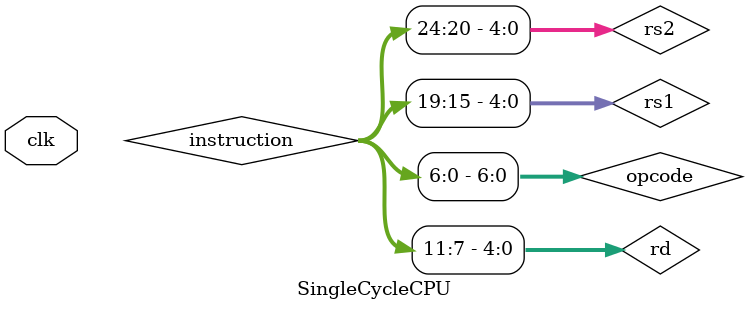
<source format=v>
module SingleCycleCPU(
    input  wire clk
    // You could add a reset input, etc., if desired
);

    // -------------------------------
    // 1) Program Counter (PC) Register
    // -------------------------------
    reg [63:0] PC;

    // On each rising edge of the clock, update PC
    // (In a real design, you’d also handle reset)
    always @(posedge clk) begin
        PC <= nextPC;
    end

    // -------------------------------
    // Wires for interconnecting modules
    // -------------------------------
    wire [31:0] instruction;      // From Instruction Memory
    wire [6:0]  opcode     = instruction[6:0];
    wire [4:0]  rs1        = instruction[19:15];
    wire [4:0]  rs2        = instruction[24:20];
    wire [4:0]  rd         = instruction[11:7];

    // Control signals
    wire        Branch;
    wire        MemRead;
    wire        MemToReg;
    wire [1:0]  ALUOp;
    wire        MemWrite;
    wire        ALUSrc;
    wire        RegWrite;

    // Register File outputs
    wire [63:0] reg_data1;
    wire [63:0] reg_data2;

    // Immediate Generator output
    wire [63:0] imm_value;

    // Shift‐left‐1 output (for branch offset)
    wire [63:0] branch_offset;

    // ALU inputs/outputs
    wire [63:0] alu_input2;
    wire signed [63:0] alu_result;
    wire zero_flag;

    // Data memory output
    wire [63:0] data_memory_out;

    // MUX output that goes back into the register file (MemToReg MUX)
    wire [63:0] write_back_data;

    // Next PC wires
    wire [63:0] pc_plus_4;
    wire [63:0] pc_branch;
    wire [63:0] nextPC;

    // -------------------------------
    // 2) Instruction Memory
    //    (Address is PC)
    // -------------------------------
    Inst_Memory IMEM (
        .address     ( PC[31:0]       ),  // using lower bits as address
        .instruction ( instruction    )
    );

    // -------------------------------
    // 3) Control Unit
    // -------------------------------
    control_unit CU (
        .instr_op (opcode),
        .Branch   (Branch),
        .MemRead  (MemRead),
        .MemToReg (MemToReg),
        .ALUOp    (ALUOp),
        .MemWrite (MemWrite),
        .ALUSrc   (ALUSrc),
        .RegWrite (RegWrite)
    );

    // -------------------------------
    // 4) Register File
    // -------------------------------
    Register_file REGFILE (
        .clk         (clk),
        .RegWrite    (RegWrite),
        .rs1         (rs1),
        .rs2         (rs2),
        .rd          (rd),
        .write_data  (write_back_data),
        .read_data1  (reg_data1),
        .read_data2  (reg_data2)
    );

    // -------------------------------
    // 5) Immediate Generator
    // -------------------------------
    ImmediateGenerator IMMGEN (
        .Instruction (instruction),
        .imm_value   (imm_value)
    );

    // -------------------------------
    // 6) ALUSrc MUX (choose reg_data2 or immediate)
    // -------------------------------
    // We can reuse the mux2to1 (but note it is a 1-bit version in your code).
    // For 64-bit data, we either modify mux2to1 or just do a direct assign:
    assign alu_input2 = (ALUSrc) ? imm_value : reg_data2;

    // -------------------------------
    // 7) ALU
    //    (func7 = instruction[31:25], func3 = instruction[14:12])
    // -------------------------------
    alu ALU (
        .func7 (instruction[31:25]),
        .func3 (instruction[14:12]),
        .rs1   (reg_data1),
        .rs2   (alu_input2),
        .rd    (alu_result)
    );

    // Zero flag for branches
    assign zero_flag = (alu_result == 64'd0) ? 1'b1 : 1'b0;

    // -------------------------------
    // 8) Data Memory
    // -------------------------------
    Data_memory DMEM (
        .clk         (clk),
        .MemRead     (MemRead),
        .MemWrite    (MemWrite),
        .addr        (alu_result),
        .write_data  (reg_data2),      // For store instructions
        .read_data   (data_memory_out)
    );

    // -------------------------------
    // 9) MemToReg MUX (choose ALU result or Data Memory output)
    // -------------------------------
    assign write_back_data = (MemToReg) ? data_memory_out : alu_result;

    // -------------------------------
    // 10) Branch Address Calculation
    //     - Shift immediate left by 1
    //     - Add to current PC
    // -------------------------------
    shift_left_1 SHIFT1 (
        .in_data  (imm_value),
        .out_data (branch_offset)
    );

    // Adder for PC + 4
    // (we can either instantiate an adder_subtractor_64bit or just do a wire add)
    assign pc_plus_4 = PC + 64'd4;

    // Adder for PC + branch_offset
    assign pc_branch = PC + branch_offset;

    // Next PC MUX: If (Branch & zero_flag) => pc_branch, else pc_plus_4
    assign nextPC = (Branch & zero_flag) ? pc_branch : pc_plus_4;

endmodule

</source>
